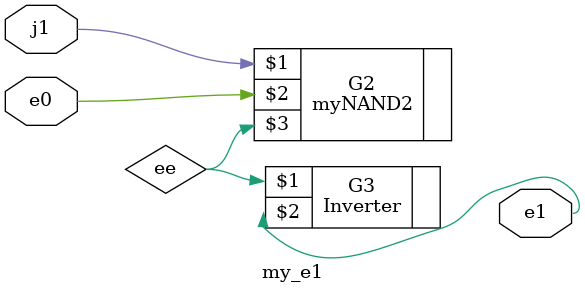
<source format=v>
`timescale 1ns/1ns
module my_e1(input j1, e0, output e1);
	myNAND2 G2(j1, e0, ee);
	Inverter G3(ee, e1);
endmodule

</source>
